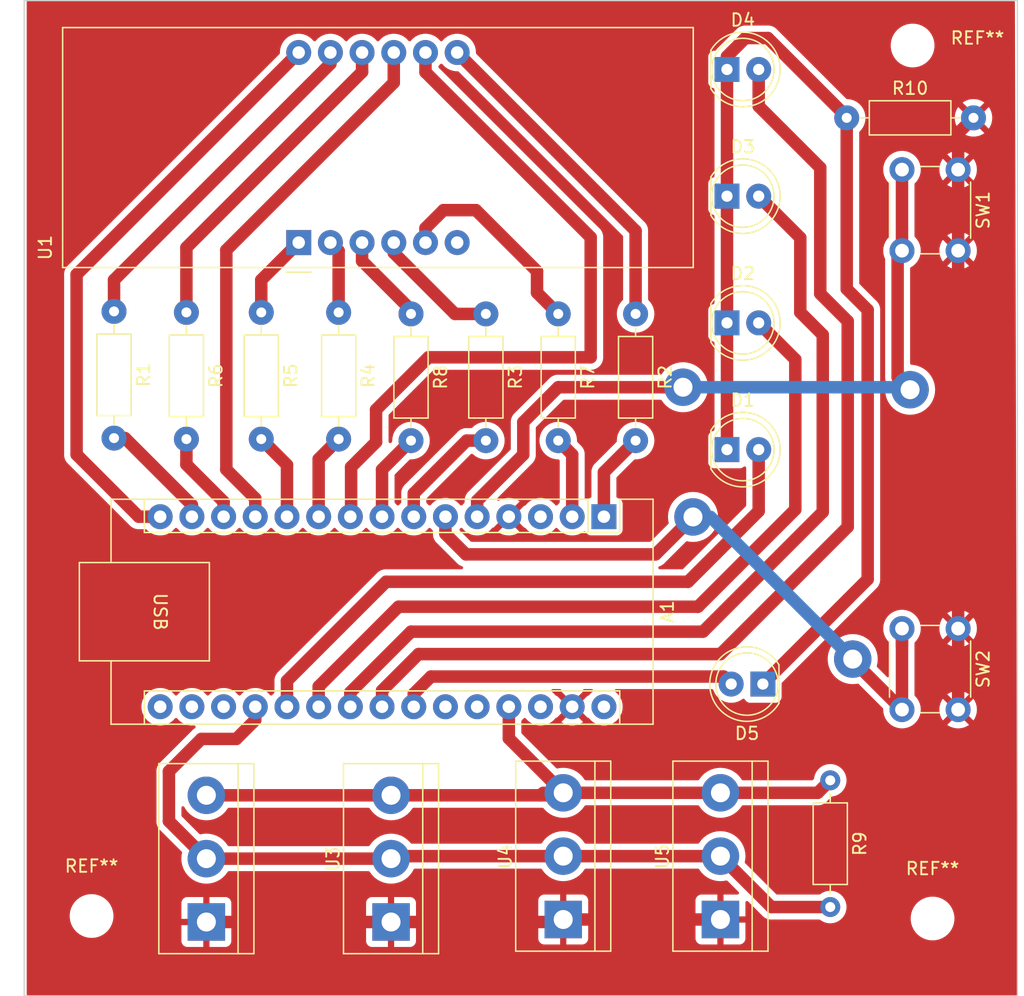
<source format=kicad_pcb>
(kicad_pcb (version 20221018) (generator pcbnew)
  (layers (0 "F.Cu" signal) (31 "B.Cu" signal) (34 "B.Paste" user) (35 "F.Paste" user) (36 "B.SilkS" user "B.Silkscreen") (37 "F.SilkS" user "F.Silkscreen") (38 "B.Mask" user) (39 "F.Mask" user) (44 "Edge.Cuts" user))
  (net 0 "")
  (net 1 "Net-(A1-D2)")
  (net 2 "Net-(A1-D3)")
  (net 4 "GND")
  (net 5 "/B")
  (net 6 "/G")
  (net 7 "/C")
  (net 8 "/DP")
  (net 9 "/Dig3")
  (net 10 "/D")
  (net 11 "/E")
  (net 12 "/Dig2")
  (net 13 "/F")
  (net 14 "/A")
  (net 18 "/Dig1")
  (net 19 "Net-(A1-A2)")
  (net 20 "Net-(A1-A3)")
  (net 21 "Net-(A1-A4)")
  (net 22 "Net-(A1-A5)")
  (net 25 "+5V")
  (net 28 "Net-(U1-a)")
  (net 29 "Net-(U1-b)")
  (net 30 "Net-(U1-c)")
  (net 31 "Net-(U1-d)")
  (net 32 "Net-(U1-e)")
  (net 33 "Net-(U1-f)")
  (net 34 "Net-(U1-g)")
  (net 35 "Net-(U1-DPX)")
  (net 37 "/DQ")
  (net 38 "Net-(A1-A1)")
  (net 39 "Net-(D1-K)")
  (footprint "LED_THT:LED_D5.0mm" (layer "F.Cu") (at 197.725 56.88)
    (fp_text reference "D3" (at 1.27 -3.96) (layer "F.SilkS"))
    (fp_text value "LED")
    (fp_line (start -1.29 -1.545) (end -1.29 1.545) (stroke (width 0.12)) (layer "F.SilkS"))
    (fp_arc (start -1.29 -1.54483) (mid 2.072002 -2.880433) (end 4.26 0.000462) (stroke (width 0.12)) (layer "F.SilkS"))
    (fp_arc (start 4.26 -0.000462) (mid 2.072002 2.880433) (end -1.29 1.54483) (stroke (width 0.12)) (layer "F.SilkS"))
    (fp_circle (center 1.27 0) (end 3.77 0) (stroke (width 0.12)) (fill none) (layer "F.SilkS"))
    (pad "1" thru_hole rect (at 0 0) (size 2 2) (drill 0.9) (layers "*.Cu" "*.Mask") (net 39 "Net-(D1-K)"))
    (pad "2" thru_hole circle (at 2.54 0) (size 2 2) (drill 0.9) (layers "*.Cu" "*.Mask") (net 20 "Net-(A1-A3)"))
  )
  (footprint "MountingHole:MountingHole_3mm" (layer "F.Cu") (at 146.8 114.6)
    (fp_text reference "REF**" (at 0 -4) (layer "F.SilkS"))
    (fp_text value "MountingHole_3mm")
    (pad "" np_thru_hole circle (at 0 0) (size 3 3) (drill 3) (layers "*.Cu" "*.Mask"))
  )
  (footprint "LED_THT:LED_D5.0mm" (layer "F.Cu") (at 200.6 96 180)
    (fp_text reference "D5" (at 1.27 -3.96) (layer "F.SilkS"))
    (fp_text value "LED")
    (fp_line (start -1.29 -1.545) (end -1.29 1.545) (stroke (width 0.12)) (layer "F.SilkS"))
    (fp_arc (start -1.29 -1.54483) (mid 2.072002 -2.880433) (end 4.26 0.000462) (stroke (width 0.12)) (layer "F.SilkS"))
    (fp_arc (start 4.26 -0.000462) (mid 2.072002 2.880433) (end -1.29 1.54483) (stroke (width 0.12)) (layer "F.SilkS"))
    (fp_circle (center 1.27 0) (end 3.77 0) (stroke (width 0.12)) (fill none) (layer "F.SilkS"))
    (pad "1" thru_hole rect (at 0 0 180) (size 2 2) (drill 0.9) (layers "*.Cu" "*.Mask") (net 39 "Net-(D1-K)"))
    (pad "2" thru_hole circle (at 2.54 0 180) (size 2 2) (drill 0.9) (layers "*.Cu" "*.Mask") (net 22 "Net-(A1-A5)"))
  )
  (footprint "Resistor_THT:R_Axial_DIN0207_L6.3mm_D2.5mm_P10.16mm_Horizontal" (layer "F.Cu") (at 206 103.72 -90)
    (fp_text reference "R9" (at 5.08 -2.37 90) (layer "F.SilkS"))
    (fp_text value "4,7k")
    (fp_line (start 1.04 0) (end 1.81 0) (stroke (width 0.12)) (layer "F.SilkS"))
    (fp_line (start 1.81 -1.37) (end 1.81 1.37) (stroke (width 0.12)) (layer "F.SilkS"))
    (fp_line (start 1.81 1.37) (end 8.35 1.37) (stroke (width 0.12)) (layer "F.SilkS"))
    (fp_line (start 8.35 -1.37) (end 1.81 -1.37) (stroke (width 0.12)) (layer "F.SilkS"))
    (fp_line (start 8.35 1.37) (end 8.35 -1.37) (stroke (width 0.12)) (layer "F.SilkS"))
    (fp_line (start 9.12 0) (end 8.35 0) (stroke (width 0.12)) (layer "F.SilkS"))
    (pad "1" thru_hole circle (at 0 0 270) (size 1.6 1.6) (drill 0.8) (layers "*.Cu" "*.Mask") (net 25 "+5V"))
    (pad "2" thru_hole oval (at 10.16 0 270) (size 1.6 1.6) (drill 0.8) (layers "*.Cu" "*.Mask") (net 37 "/DQ"))
  )
  (footprint "Resistor_THT:R_Axial_DIN0207_L6.3mm_D2.5mm_P10.16mm_Horizontal" (layer "F.Cu") (at 172.4 66.32 -90)
    (fp_text reference "R8" (at 5.08 -2.37 -270) (layer "F.SilkS"))
    (fp_text value "R")
    (fp_line (start 1.04 0) (end 1.81 0) (stroke (width 0.12)) (layer "F.SilkS"))
    (fp_line (start 1.81 -1.37) (end 1.81 1.37) (stroke (width 0.12)) (layer "F.SilkS"))
    (fp_line (start 1.81 1.37) (end 8.35 1.37) (stroke (width 0.12)) (layer "F.SilkS"))
    (fp_line (start 8.35 -1.37) (end 1.81 -1.37) (stroke (width 0.12)) (layer "F.SilkS"))
    (fp_line (start 8.35 1.37) (end 8.35 -1.37) (stroke (width 0.12)) (layer "F.SilkS"))
    (fp_line (start 9.12 0) (end 8.35 0) (stroke (width 0.12)) (layer "F.SilkS"))
    (pad "1" thru_hole circle (at 0 0 270) (size 2 2) (drill 0.8) (layers "*.Cu" "*.Mask") (net 35 "Net-(U1-DPX)"))
    (pad "2" thru_hole circle (at 10.16 0 270) (size 2 2) (drill 0.8) (layers "*.Cu" "*.Mask") (net 8 "/DP"))
  )
  (footprint "LED_THT:LED_D5.0mm" (layer "F.Cu") (at 197.725 46.72)
    (fp_text reference "D4" (at 1.27 -3.96) (layer "F.SilkS"))
    (fp_text value "LED")
    (fp_line (start -1.29 -1.545) (end -1.29 1.545) (stroke (width 0.12)) (layer "F.SilkS"))
    (fp_arc (start -1.29 -1.54483) (mid 2.072002 -2.880433) (end 4.26 0.000462) (stroke (width 0.12)) (layer "F.SilkS"))
    (fp_arc (start 4.26 -0.000462) (mid 2.072002 2.880433) (end -1.29 1.54483) (stroke (width 0.12)) (layer "F.SilkS"))
    (fp_circle (center 1.27 0) (end 3.77 0) (stroke (width 0.12)) (fill none) (layer "F.SilkS"))
    (pad "1" thru_hole rect (at 0 0) (size 2 2) (drill 0.9) (layers "*.Cu" "*.Mask") (net 39 "Net-(D1-K)"))
    (pad "2" thru_hole circle (at 2.54 0) (size 2 2) (drill 0.9) (layers "*.Cu" "*.Mask") (net 21 "Net-(A1-A4)"))
  )
  (footprint "Button_Switch_THT:SW_PUSH_6mm_H9.5mm" (layer "F.Cu") (at 216.25 54.75 -90)
    (fp_text reference "SW1" (at 3.25 -2 90) (layer "F.SilkS"))
    (fp_text value "SW_Push")
    (fp_line (start -0.25 1.5) (end -0.25 3) (stroke (width 0.12)) (layer "F.SilkS"))
    (fp_line (start 1 5.5) (end 5.5 5.5) (stroke (width 0.12)) (layer "F.SilkS"))
    (fp_line (start 5.5 -1) (end 1 -1) (stroke (width 0.12)) (layer "F.SilkS"))
    (fp_line (start 6.75 3) (end 6.75 1.5) (stroke (width 0.12)) (layer "F.SilkS"))
    (pad "1" thru_hole circle (at 0 0) (size 2 2) (drill 1.1) (layers "*.Cu" "*.Mask") (net 4 "GND"))
    (pad "1" thru_hole circle (at 6.5 0) (size 2 2) (drill 1.1) (layers "*.Cu" "*.Mask") (net 4 "GND"))
    (pad "2" thru_hole circle (at 0 4.5) (size 2 2) (drill 1.1) (layers "*.Cu" "*.Mask") (net 1 "Net-(A1-D2)"))
    (pad "2" thru_hole circle (at 6.5 4.5) (size 2 2) (drill 1.1) (layers "*.Cu" "*.Mask") (net 1 "Net-(A1-D2)"))
  )
  (footprint "MountingHole:MountingHole_3mm" (layer "F.Cu") (at 214.2 114.8)
    (fp_text reference "REF**" (at 0 -4) (layer "F.SilkS"))
    (fp_text value "MountingHole_3mm")
    (pad "" np_thru_hole circle (at 0 0) (size 3 3) (drill 3) (layers "*.Cu" "*.Mask"))
  )
  (footprint "LED_THT:LED_D5.0mm" (layer "F.Cu") (at 197.725 77.2)
    (fp_text reference "D1" (at 1.27 -3.96) (layer "F.SilkS"))
    (fp_text value "LED")
    (fp_line (start -1.29 -1.545) (end -1.29 1.545) (stroke (width 0.12)) (layer "F.SilkS"))
    (fp_arc (start -1.29 -1.54483) (mid 2.072002 -2.880433) (end 4.26 0.000462) (stroke (width 0.12)) (layer "F.SilkS"))
    (fp_arc (start 4.26 -0.000462) (mid 2.072002 2.880433) (end -1.29 1.54483) (stroke (width 0.12)) (layer "F.SilkS"))
    (fp_circle (center 1.27 0) (end 3.77 0) (stroke (width 0.12)) (fill none) (layer "F.SilkS"))
    (pad "1" thru_hole rect (at 0 0) (size 2 2) (drill 0.9) (layers "*.Cu" "*.Mask") (net 39 "Net-(D1-K)"))
    (pad "2" thru_hole circle (at 2.54 0) (size 2 2) (drill 0.9) (layers "*.Cu" "*.Mask") (net 38 "Net-(A1-A1)"))
  )
  (footprint "TerminalBlock:TerminalBlock_bornier-3_P5.08mm" (layer "F.Cu") (at 197.2 114.88 90)
    (fp_text reference "U5" (at 5.05 -4.65 90) (layer "F.SilkS"))
    (fp_text value "DS18B20")
    (fp_line (start -2.54 -3.81) (end 12.7 -3.81) (stroke (width 0.12)) (layer "F.SilkS"))
    (fp_line (start -2.54 2.54) (end 12.7 2.54) (stroke (width 0.12)) (layer "F.SilkS"))
    (fp_line (start -2.54 3.81) (end -2.54 -3.81) (stroke (width 0.12)) (layer "F.SilkS"))
    (fp_line (start -2.54 3.81) (end 12.7 3.81) (stroke (width 0.12)) (layer "F.SilkS"))
    (fp_line (start 12.7 3.81) (end 12.7 -3.81) (stroke (width 0.12)) (layer "F.SilkS"))
    (pad "1" thru_hole rect (at 0 0 90) (size 3 3) (drill 1.52) (layers "*.Cu" "*.Mask") (net 4 "GND"))
    (pad "2" thru_hole circle (at 5.08 0 90) (size 3 3) (drill 1.52) (layers "*.Cu" "*.Mask") (net 37 "/DQ"))
    (pad "3" thru_hole circle (at 10.16 0 90) (size 3 3) (drill 1.52) (layers "*.Cu" "*.Mask") (net 25 "+5V"))
  )
  (footprint "Resistor_THT:R_Axial_DIN0207_L6.3mm_D2.5mm_P10.16mm_Horizontal" (layer "F.Cu") (at 160.4 66.2 -90)
    (fp_text reference "R5" (at 5.08 -2.37 -270) (layer "F.SilkS"))
    (fp_text value "R")
    (fp_line (start 1.04 0) (end 1.81 0) (stroke (width 0.12)) (layer "F.SilkS"))
    (fp_line (start 1.81 -1.37) (end 1.81 1.37) (stroke (width 0.12)) (layer "F.SilkS"))
    (fp_line (start 1.81 1.37) (end 8.35 1.37) (stroke (width 0.12)) (layer "F.SilkS"))
    (fp_line (start 8.35 -1.37) (end 1.81 -1.37) (stroke (width 0.12)) (layer "F.SilkS"))
    (fp_line (start 8.35 1.37) (end 8.35 -1.37) (stroke (width 0.12)) (layer "F.SilkS"))
    (fp_line (start 9.12 0) (end 8.35 0) (stroke (width 0.12)) (layer "F.SilkS"))
    (pad "1" thru_hole circle (at 0 0 270) (size 2 2) (drill 0.8) (layers "*.Cu" "*.Mask") (net 32 "Net-(U1-e)"))
    (pad "2" thru_hole circle (at 10.16 0 270) (size 2 2) (drill 0.8) (layers "*.Cu" "*.Mask") (net 11 "/E"))
  )
  (footprint "LED_THT:LED_D5.0mm" (layer "F.Cu") (at 197.725 67.04)
    (fp_text reference "D2" (at 1.27 -3.96) (layer "F.SilkS"))
    (fp_text value "LED")
    (fp_line (start -1.29 -1.545) (end -1.29 1.545) (stroke (width 0.12)) (layer "F.SilkS"))
    (fp_arc (start -1.29 -1.54483) (mid 2.072002 -2.880433) (end 4.26 0.000462) (stroke (width 0.12)) (layer "F.SilkS"))
    (fp_arc (start 4.26 -0.000462) (mid 2.072002 2.880433) (end -1.29 1.54483) (stroke (width 0.12)) (layer "F.SilkS"))
    (fp_circle (center 1.27 0) (end 3.77 0) (stroke (width 0.12)) (fill none) (layer "F.SilkS"))
    (pad "1" thru_hole rect (at 0 0) (size 2 2) (drill 0.9) (layers "*.Cu" "*.Mask") (net 39 "Net-(D1-K)"))
    (pad "2" thru_hole circle (at 2.54 0) (size 2 2) (drill 0.9) (layers "*.Cu" "*.Mask") (net 19 "Net-(A1-A2)"))
  )
  (footprint "TerminalBlock:TerminalBlock_bornier-3_P5.08mm" (layer "F.Cu") (at 156 115.08 90)
    (fp_text reference "U2" hide)
    (fp_text value "DS18B20")
    (fp_line (start -2.54 -3.81) (end 12.7 -3.81) (stroke (width 0.12)) (layer "F.SilkS"))
    (fp_line (start -2.54 2.54) (end 12.7 2.54) (stroke (width 0.12)) (layer "F.SilkS"))
    (fp_line (start -2.54 3.81) (end -2.54 -3.81) (stroke (width 0.12)) (layer "F.SilkS"))
    (fp_line (start -2.54 3.81) (end 12.7 3.81) (stroke (width 0.12)) (layer "F.SilkS"))
    (fp_line (start 12.7 3.81) (end 12.7 -3.81) (stroke (width 0.12)) (layer "F.SilkS"))
    (pad "1" thru_hole rect (at 0 0 90) (size 3 3) (drill 1.52) (layers "*.Cu" "*.Mask") (net 4 "GND"))
    (pad "2" thru_hole circle (at 5.08 0 90) (size 3 3) (drill 1.52) (layers "*.Cu" "*.Mask") (net 37 "/DQ"))
    (pad "3" thru_hole circle (at 10.16 0 90) (size 3 3) (drill 1.52) (layers "*.Cu" "*.Mask") (net 25 "+5V"))
  )
  (footprint "Resistor_THT:R_Axial_DIN0207_L6.3mm_D2.5mm_P10.16mm_Horizontal" (layer "F.Cu") (at 154.4 66.2 -90)
    (fp_text reference "R6" (at 5.08 -2.37 -270) (layer "F.SilkS"))
    (fp_text value "R")
    (fp_line (start 1.04 0) (end 1.81 0) (stroke (width 0.12)) (layer "F.SilkS"))
    (fp_line (start 1.81 -1.37) (end 1.81 1.37) (stroke (width 0.12)) (layer "F.SilkS"))
    (fp_line (start 1.81 1.37) (end 8.35 1.37) (stroke (width 0.12)) (layer "F.SilkS"))
    (fp_line (start 8.35 -1.37) (end 1.81 -1.37) (stroke (width 0.12)) (layer "F.SilkS"))
    (fp_line (start 8.35 1.37) (end 8.35 -1.37) (stroke (width 0.12)) (layer "F.SilkS"))
    (fp_line (start 9.12 0) (end 8.35 0) (stroke (width 0.12)) (layer "F.SilkS"))
    (pad "1" thru_hole circle (at 0 0 270) (size 2 2) (drill 0.8) (layers "*.Cu" "*.Mask") (net 33 "Net-(U1-f)"))
    (pad "2" thru_hole circle (at 10.16 0 270) (size 2 2) (drill 0.8) (layers "*.Cu" "*.Mask") (net 13 "/F"))
  )
  (footprint "TerminalBlock:TerminalBlock_bornier-3_P5.08mm" (layer "F.Cu") (at 170.8 115.08 90)
    (fp_text reference "U3" (at 5.05 -4.65 90) (layer "F.SilkS"))
    (fp_text value "DS18B20")
    (fp_line (start -2.54 -3.81) (end 12.7 -3.81) (stroke (width 0.12)) (layer "F.SilkS"))
    (fp_line (start -2.54 2.54) (end 12.7 2.54) (stroke (width 0.12)) (layer "F.SilkS"))
    (fp_line (start -2.54 3.81) (end -2.54 -3.81) (stroke (width 0.12)) (layer "F.SilkS"))
    (fp_line (start -2.54 3.81) (end 12.7 3.81) (stroke (width 0.12)) (layer "F.SilkS"))
    (fp_line (start 12.7 3.81) (end 12.7 -3.81) (stroke (width 0.12)) (layer "F.SilkS"))
    (pad "1" thru_hole rect (at 0 0 90) (size 3 3) (drill 1.52) (layers "*.Cu" "*.Mask") (net 4 "GND"))
    (pad "2" thru_hole circle (at 5.08 0 90) (size 3 3) (drill 1.52) (layers "*.Cu" "*.Mask") (net 37 "/DQ"))
    (pad "3" thru_hole circle (at 10.16 0 90) (size 3 3) (drill 1.52) (layers "*.Cu" "*.Mask") (net 25 "+5V"))
  )
  (footprint "Resistor_THT:R_Axial_DIN0207_L6.3mm_D2.5mm_P10.16mm_Horizontal" (layer "F.Cu") (at 178.4 66.32 -90)
    (fp_text reference "R3" (at 5.08 -2.37 -270) (layer "F.SilkS"))
    (fp_text value "R")
    (fp_line (start 1.04 0) (end 1.81 0) (stroke (width 0.12)) (layer "F.SilkS"))
    (fp_line (start 1.81 -1.37) (end 1.81 1.37) (stroke (width 0.12)) (layer "F.SilkS"))
    (fp_line (start 1.81 1.37) (end 8.35 1.37) (stroke (width 0.12)) (layer "F.SilkS"))
    (fp_line (start 8.35 -1.37) (end 1.81 -1.37) (stroke (width 0.12)) (layer "F.SilkS"))
    (fp_line (start 8.35 1.37) (end 8.35 -1.37) (stroke (width 0.12)) (layer "F.SilkS"))
    (fp_line (start 9.12 0) (end 8.35 0) (stroke (width 0.12)) (layer "F.SilkS"))
    (pad "1" thru_hole circle (at 0 0 270) (size 2 2) (drill 0.8) (layers "*.Cu" "*.Mask") (net 30 "Net-(U1-c)"))
    (pad "2" thru_hole circle (at 10.16 0 270) (size 2 2) (drill 0.8) (layers "*.Cu" "*.Mask") (net 7 "/C"))
  )
  (footprint "Resistor_THT:R_Axial_DIN0207_L6.3mm_D2.5mm_P10.16mm_Horizontal" (layer "F.Cu") (at 190.4 66.32 -90)
    (fp_text reference "R2" (at 5.08 -2.37 -270) (layer "F.SilkS"))
    (fp_text value "R")
    (fp_line (start 1.04 0) (end 1.81 0) (stroke (width 0.12)) (layer "F.SilkS"))
    (fp_line (start 1.81 -1.37) (end 1.81 1.37) (stroke (width 0.12)) (layer "F.SilkS"))
    (fp_line (start 1.81 1.37) (end 8.35 1.37) (stroke (width 0.12)) (layer "F.SilkS"))
    (fp_line (start 8.35 -1.37) (end 1.81 -1.37) (stroke (width 0.12)) (layer "F.SilkS"))
    (fp_line (start 8.35 1.37) (end 8.35 -1.37) (stroke (width 0.12)) (layer "F.SilkS"))
    (fp_line (start 9.12 0) (end 8.35 0) (stroke (width 0.12)) (layer "F.SilkS"))
    (pad "1" thru_hole circle (at 0 0 270) (size 2 2) (drill 0.8) (layers "*.Cu" "*.Mask") (net 29 "Net-(U1-b)"))
    (pad "2" thru_hole circle (at 10.16 0 270) (size 2 2) (drill 0.8) (layers "*.Cu" "*.Mask") (net 5 "/B"))
  )
  (footprint "TerminalBlock:TerminalBlock_bornier-3_P5.08mm" (layer "F.Cu") (at 184.6 114.88 90)
    (fp_text reference "U4" (at 5.05 -4.65 90) (layer "F.SilkS"))
    (fp_text value "DS18B20")
    (fp_line (start -2.54 -3.81) (end 12.7 -3.81) (stroke (width 0.12)) (layer "F.SilkS"))
    (fp_line (start -2.54 2.54) (end 12.7 2.54) (stroke (width 0.12)) (layer "F.SilkS"))
    (fp_line (start -2.54 3.81) (end -2.54 -3.81) (stroke (width 0.12)) (layer "F.SilkS"))
    (fp_line (start -2.54 3.81) (end 12.7 3.81) (stroke (width 0.12)) (layer "F.SilkS"))
    (fp_line (start 12.7 3.81) (end 12.7 -3.81) (stroke (width 0.12)) (layer "F.SilkS"))
    (pad "1" thru_hole rect (at 0 0 90) (size 3 3) (drill 1.52) (layers "*.Cu" "*.Mask") (net 4 "GND"))
    (pad "2" thru_hole circle (at 5.08 0 90) (size 3 3) (drill 1.52) (layers "*.Cu" "*.Mask") (net 37 "/DQ"))
    (pad "3" thru_hole circle (at 10.16 0 90) (size 3 3) (drill 1.52) (layers "*.Cu" "*.Mask") (net 25 "+5V"))
  )
  (footprint "MountingHole:MountingHole_3mm" (layer "F.Cu") (at 212.6 44.8)
    (fp_text reference "REF**" (at 5.2 -0.6) (layer "F.SilkS"))
    (fp_text value "MountingHole_3mm")
    (pad "" np_thru_hole circle (at 0 0) (size 3 3) (drill 3) (layers "*.Cu" "*.Mask"))
  )
  (footprint "Module:Arduino_Nano" (layer "F.Cu") (at 187.86 82.58 -90)
    (fp_text reference "A1" (at 7.62 -5.08 90) (layer "F.SilkS"))
    (fp_text value "Arduino_Nano_v3.x")
    (fp_text user "USB" (at 7.62 35.56 -90 unlocked) (layer "F.SilkS"))
    (fp_line (start -1.4 -3.94) (end -1.4 -1.27) (stroke (width 0.12)) (layer "F.SilkS"))
    (fp_line (start -1.4 1.27) (end -1.4 39.5) (stroke (width 0.12)) (layer "F.SilkS"))
    (fp_line (start -1.4 39.5) (end 3.68 39.5) (stroke (width 0.12)) (layer "F.SilkS"))
    (fp_line (start 1.27 -1.27) (end -1.4 -1.27) (stroke (width 0.12)) (layer "F.SilkS"))
    (fp_line (start 1.27 1.27) (end -1.4 1.27) (stroke (width 0.12)) (layer "F.SilkS"))
    (fp_line (start 1.27 1.27) (end 1.27 -1.27) (stroke (width 0.12)) (layer "F.SilkS"))
    (fp_line (start 1.27 1.27) (end 1.27 36.83) (stroke (width 0.12)) (layer "F.SilkS"))
    (fp_line (start 1.27 36.83) (end -1.4 36.83) (stroke (width 0.12)) (layer "F.SilkS"))
    (fp_line (start 3.68 31.62) (end 11.56 31.62) (stroke (width 0.12)) (layer "F.SilkS"))
    (fp_line (start 3.68 42.04) (end 3.68 31.62) (stroke (width 0.12)) (layer "F.SilkS"))
    (fp_line (start 11.56 31.62) (end 11.56 42.04) (stroke (width 0.12)) (layer "F.SilkS"))
    (fp_line (start 11.56 42.04) (end 3.68 42.04) (stroke (width 0.12)) (layer "F.SilkS"))
    (fp_line (start 13.97 -1.27) (end 13.97 36.83) (stroke (width 0.12)) (layer "F.SilkS"))
    (fp_line (start 13.97 -1.27) (end 16.64 -1.27) (stroke (width 0.12)) (layer "F.SilkS"))
    (fp_line (start 13.97 36.83) (end 16.64 36.83) (stroke (width 0.12)) (layer "F.SilkS"))
    (fp_line (start 16.64 -3.94) (end -1.4 -3.94) (stroke (width 0.12)) (layer "F.SilkS"))
    (fp_line (start 16.64 39.5) (end 11.56 39.5) (stroke (width 0.12)) (layer "F.SilkS"))
    (fp_line (start 16.64 39.5) (end 16.64 -3.94) (stroke (width 0.12)) (layer "F.SilkS"))
    (pad "1" thru_hole rect (at 0 0 270) (size 2 2) (drill 1) (layers "*.Cu" "*.Mask") (net 5 "/B"))
    (pad "2" thru_hole circle (at 0 2.54 270) (size 2 2) (drill 1) (layers "*.Cu" "*.Mask") (net 6 "/G"))
    (pad "3" thru_hole circle (at 0 5.08 270) (size 2 2) (drill 1) (layers "*.Cu" "*.Mask"))
    (pad "4" thru_hole circle (at 0 7.62 270) (size 2 2) (drill 1) (layers "*.Cu" "*.Mask") (net 4 "GND"))
    (pad "5" thru_hole circle (at 0 10.16 270) (size 2 2) (drill 1) (layers "*.Cu" "*.Mask") (net 1 "Net-(A1-D2)"))
    (pad "6" thru_hole circle (at 0 12.7 270) (size 2 2) (drill 1) (layers "*.Cu" "*.Mask") (net 2 "Net-(A1-D3)"))
    (pad "7" thru_hole circle (at 0 15.24 270) (size 2 2) (drill 1) (layers "*.Cu" "*.Mask") (net 7 "/C"))
    (pad "8" thru_hole circle (at 0 17.78 270) (size 2 2) (drill 1) (layers "*.Cu" "*.Mask") (net 8 "/DP"))
    (pad "9" thru_hole circle (at 0 20.32 270) (size 2 2) (drill 1) (layers "*.Cu" "*.Mask") (net 9 "/Dig3"))
    (pad "10" thru_hole circle (at 0 22.86 270) (size 2 2) (drill 1) (layers "*.Cu" "*.Mask") (net 10 "/D"))
    (pad "11" thru_hole circle (at 0 25.4 270) (size 2 2) (drill 1) (layers "*.Cu" "*.Mask") (net 11 "/E"))
    (pad "12" thru_hole circle (at 0 27.94 270) (size 2 2) (drill 1) (layers "*.Cu" "*.Mask") (net 12 "/Dig2"))
    (pad "13" thru_hole circle (at 0 30.48 270) (size 2 2) (drill 1) (layers "*.Cu" "*.Mask") (net 13 "/F"))
    (pad "14" thru_hole circle (at 0 33.02 270) (size 2 2) (drill 1) (layers "*.Cu" "*.Mask") (net 14 "/A"))
    (pad "15" thru_hole circle (at 0 35.56 270) (size 2 2) (drill 1) (layers "*.Cu" "*.Mask") (net 18 "/Dig1"))
    (pad "16" thru_hole circle (at 15.24 35.56 270) (size 2 2) (drill 1) (layers "*.Cu" "*.Mask"))
    (pad "17" thru_hole circle (at 15.24 33.02 270) (size 2 2) (drill 1) (layers "*.Cu" "*.Mask"))
    (pad "18" thru_hole circle (at 15.24 30.48 270) (size 2 2) (drill 1) (layers "*.Cu" "*.Mask"))
    (pad "19" thru_hole circle (at 15.24 27.94 270) (size 2 2) (drill 1) (layers "*.Cu" "*.Mask") (net 37 "/DQ"))
    (pad "20" thru_hole circle (at 15.24 25.4 270) (size 2 2) (drill 1) (layers "*.Cu" "*.Mask") (net 38 "Net-(A1-A1)"))
    (pad "21" thru_hole circle (at 15.24 22.86 270) (size 2 2) (drill 1) (layers "*.Cu" "*.Mask") (net 19 "Net-(A1-A2)"))
    (pad "22" thru_hole circle (at 15.24 20.32 270) (size 2 2) (drill 1) (layers "*.Cu" "*.Mask") (net 20 "Net-(A1-A3)"))
    (pad "23" thru_hole circle (at 15.24 17.78 270) (size 2 2) (drill 1) (layers "*.Cu" "*.Mask") (net 21 "Net-(A1-A4)"))
    (pad "24" thru_hole circle (at 15.24 15.24 270) (size 2 2) (drill 1) (layers "*.Cu" "*.Mask") (net 22 "Net-(A1-A5)"))
    (pad "25" thru_hole circle (at 15.24 12.7 270) (size 2 2) (drill 1) (layers "*.Cu" "*.Mask"))
    (pad "26" thru_hole circle (at 15.24 10.16 270) (size 2 2) (drill 1) (layers "*.Cu" "*.Mask"))
    (pad "27" thru_hole circle (at 15.24 7.62 270) (size 2 2) (drill 1) (layers "*.Cu" "*.Mask") (net 25 "+5V"))
    (pad "28" thru_hole circle (at 15.24 5.08 270) (size 2 2) (drill 1) (layers "*.Cu" "*.Mask"))
    (pad "29" thru_hole circle (at 15.24 2.54 270) (size 2 2) (drill 1) (layers "*.Cu" "*.Mask") (net 4 "GND"))
    (pad "30" thru_hole circle (at 15.24 0 270) (size 2 2) (drill 1) (layers "*.Cu" "*.Mask"))
  )
  (footprint "Resistor_THT:R_Axial_DIN0207_L6.3mm_D2.5mm_P10.16mm_Horizontal" (layer "F.Cu") (at 166.6 66.2 -90)
    (fp_text reference "R4" (at 5.08 -2.37 -270) (layer "F.SilkS"))
    (fp_text value "R")
    (fp_line (start 1.04 0) (end 1.81 0) (stroke (width 0.12)) (layer "F.SilkS"))
    (fp_line (start 1.81 -1.37) (end 1.81 1.37) (stroke (width 0.12)) (layer "F.SilkS"))
    (fp_line (start 1.81 1.37) (end 8.35 1.37) (stroke (width 0.12)) (layer "F.SilkS"))
    (fp_line (start 8.35 -1.37) (end 1.81 -1.37) (stroke (width 0.12)) (layer "F.SilkS"))
    (fp_line (start 8.35 1.37) (end 8.35 -1.37) (stroke (width 0.12)) (layer "F.SilkS"))
    (fp_line (start 9.12 0) (end 8.35 0) (stroke (width 0.12)) (layer "F.SilkS"))
    (pad "1" thru_hole circle (at 0 0 270) (size 2 2) (drill 0.8) (layers "*.Cu" "*.Mask") (net 31 "Net-(U1-d)"))
    (pad "2" thru_hole circle (at 10.16 0 270) (size 2 2) (drill 0.8) (layers "*.Cu" "*.Mask") (net 10 "/D"))
  )
  (footprint "Resistor_THT:R_Axial_DIN0207_L6.3mm_D2.5mm_P10.16mm_Horizontal" (layer "F.Cu") (at 207.32 50.6)
    (fp_text reference "R10" (at 5.08 -2.37) (layer "F.SilkS"))
    (fp_text value "220")
    (fp_line (start 1.04 0) (end 1.81 0) (stroke (width 0.12)) (layer "F.SilkS"))
    (fp_line (start 1.81 -1.37) (end 1.81 1.37) (stroke (width 0.12)) (layer "F.SilkS"))
    (fp_line (start 1.81 1.37) (end 8.35 1.37) (stroke (width 0.12)) (layer "F.SilkS"))
    (fp_line (start 8.35 -1.37) (end 1.81 -1.37) (stroke (width 0.12)) (layer "F.SilkS"))
    (fp_line (start 8.35 1.37) (end 8.35 -1.37) (stroke (width 0.12)) (layer "F.SilkS"))
    (fp_line (start 9.12 0) (end 8.35 0) (stroke (width 0.12)) (layer "F.SilkS"))
    (pad "1" thru_hole circle (at 0 0) (size 2 2) (drill 0.8) (layers "*.Cu" "*.Mask") (net 39 "Net-(D1-K)"))
    (pad "2" thru_hole circle (at 10.16 0) (size 2 2) (drill 0.8) (layers "*.Cu" "*.Mask") (net 4 "GND"))
  )
  (footprint "Button_Switch_THT:SW_PUSH_6mm_H9.5mm" (layer "F.Cu") (at 216.25 91.55 -90)
    (fp_text reference "SW2" (at 3.25 -2 90) (layer "F.SilkS"))
    (fp_text value "SW_Push")
    (fp_line (start -0.25 1.5) (end -0.25 3) (stroke (width 0.12)) (layer "F.SilkS"))
    (fp_line (start 1 5.5) (end 5.5 5.5) (stroke (width 0.12)) (layer "F.SilkS"))
    (fp_line (start 5.5 -1) (end 1 -1) (stroke (width 0.12)) (layer "F.SilkS"))
    (fp_line (start 6.75 3) (end 6.75 1.5) (stroke (width 0.12)) (layer "F.SilkS"))
    (pad "1" thru_hole circle (at 0 0) (size 2 2) (drill 1.1) (layers "*.Cu" "*.Mask") (net 4 "GND"))
    (pad "1" thru_hole circle (at 6.5 0) (size 2 2) (drill 1.1) (layers "*.Cu" "*.Mask") (net 4 "GND"))
    (pad "2" thru_hole circle (at 0 4.5) (size 2 2) (drill 1.1) (layers "*.Cu" "*.Mask") (net 2 "Net-(A1-D3)"))
    (pad "2" thru_hole circle (at 6.5 4.5) (size 2 2) (drill 1.1) (layers "*.Cu" "*.Mask") (net 2 "Net-(A1-D3)"))
  )
  (footprint "Display_7Segment:CA56-12EWA" (layer "F.Cu") (at 163.4 60.6 90)
    (fp_text reference "U1" (at -0.4 -20.31 90) (layer "F.SilkS"))
    (fp_text value "CA56-12EWA")
    (fp_line (start -2.38 -1) (end -2.38 1) (stroke (width 0.12)) (layer "F.SilkS"))
    (fp_line (start -2 -18.92) (end -2 31.62) (stroke (width 0.12)) (layer "F.SilkS"))
    (fp_line (start -2 -18.92) (end 17.24 -18.92) (stroke (width 0.12)) (layer "F.SilkS"))
    (fp_line (start -2 31.62) (end 17.24 31.62) (stroke (width 0.12)) (layer "F.SilkS"))
    (fp_line (start 17.24 31.62) (end 17.24 -18.92) (stroke (width 0.12)) (layer "F.SilkS"))
    (pad "1" thru_hole rect (at 0 0 90) (size 2 2) (drill 1) (layers "*.Cu" "*.Mask") (net 32 "Net-(U1-e)"))
    (pad "2" thru_hole circle (at 0 2.54 90) (size 2 2) (drill 1) (layers "*.Cu" "*.Mask") (net 31 "Net-(U1-d)"))
    (pad "3" thru_hole circle (at 0 5.08 90) (size 2 2) (drill 1) (layers "*.Cu" "*.Mask") (net 35 "Net-(U1-DPX)"))
    (pad "4" thru_hole circle (at 0 7.62 90) (size 2 2) (drill 1) (layers "*.Cu" "*.Mask") (net 30 "Net-(U1-c)"))
    (pad "5" thru_hole circle (at 0 10.16 90) (size 2 2) (drill 1) (layers "*.Cu" "*.Mask") (net 34 "Net-(U1-g)"))
    (pad "6" thru_hole circle (at 0 12.7 90) (size 2 2) (drill 1) (layers "*.Cu" "*.Mask"))
    (pad "7" thru_hole circle (at 15.24 12.7 90) (size 2 2) (drill 1) (layers "*.Cu" "*.Mask") (net 29 "Net-(U1-b)"))
    (pad "8" thru_hole circle (at 15.24 10.16 90) (size 2 2) (drill 1) (layers "*.Cu" "*.Mask") (net 9 "/Dig3"))
    (pad "9" thru_hole circle (at 15.24 7.62 90) (size 2 2) (drill 1) (layers "*.Cu" "*.Mask") (net 12 "/Dig2"))
    (pad "10" thru_hole circle (at 15.24 5.08 90) (size 2 2) (drill 1) (layers "*.Cu" "*.Mask") (net 33 "Net-(U1-f)"))
    (pad "11" thru_hole circle (at 15.24 2.54 90) (size 2 2) (drill 1) (layers "*.Cu" "*.Mask") (net 28 "Net-(U1-a)"))
    (pad "12" thru_hole circle (at 15.24 0 90) (size 2 2) (drill 1) (layers "*.Cu" "*.Mask") (net 18 "/Dig1"))
  )
  (footprint "Resistor_THT:R_Axial_DIN0207_L6.3mm_D2.5mm_P10.16mm_Horizontal" (layer "F.Cu") (at 184.2 66.32 -90)
    (fp_text reference "R7" (at 5.08 -2.37 -270) (layer "F.SilkS"))
    (fp_text value "R")
    (fp_line (start 1.04 0) (end 1.81 0) (stroke (width 0.12)) (layer "F.SilkS"))
    (fp_line (start 1.81 -1.37) (end 1.81 1.37) (stroke (width 0.12)) (layer "F.SilkS"))
    (fp_line (start 1.81 1.37) (end 8.35 1.37) (stroke (width 0.12)) (layer "F.SilkS"))
    (fp_line (start 8.35 -1.37) (end 1.81 -1.37) (stroke (width 0.12)) (layer "F.SilkS"))
    (fp_line (start 8.35 1.37) (end 8.35 -1.37) (stroke (width 0.12)) (layer "F.SilkS"))
    (fp_line (start 9.12 0) (end 8.35 0) (stroke (width 0.12)) (layer "F.SilkS"))
    (pad "1" thru_hole circle (at 0 0 270) (size 2 2) (drill 0.8) (layers "*.Cu" "*.Mask") (net 34 "Net-(U1-g)"))
    (pad "2" thru_hole circle (at 10.16 0 270) (size 2 2) (drill 0.8) (layers "*.Cu" "*.Mask") (net 6 "/G"))
  )
  (footprint "Resistor_THT:R_Axial_DIN0207_L6.3mm_D2.5mm_P10.16mm_Horizontal" (layer "F.Cu") (at 148.6 66.12 -90)
    (fp_text reference "R1" (at 5.08 -2.37 -270) (layer "F.SilkS"))
    (fp_text value "R")
    (fp_line (start 1.04 0) (end 1.81 0) (stroke (width 0.12)) (layer "F.SilkS"))
    (fp_line (start 1.81 -1.37) (end 1.81 1.37) (stroke (width 0.12)) (layer "F.SilkS"))
    (fp_line (start 1.81 1.37) (end 8.35 1.37) (stroke (width 0.12)) (layer "F.SilkS"))
    (fp_line (start 8.35 -1.37) (end 1.81 -1.37) (stroke (width 0.12)) (layer "F.SilkS"))
    (fp_line (start 8.35 1.37) (end 8.35 -1.37) (stroke (width 0.12)) (layer "F.SilkS"))
    (fp_line (start 9.12 0) (end 8.35 0) (stroke (width 0.12)) (layer "F.SilkS"))
    (pad "1" thru_hole circle (at 0 0 270) (size 2 2) (drill 0.8) (layers "*.Cu" "*.Mask") (net 28 "Net-(U1-a)"))
    (pad "2" thru_hole circle (at 10.16 0 270) (size 2 2) (drill 0.8) (layers "*.Cu" "*.Mask") (net 14 "/A"))
  )
  (gr_rect (start 141.4 41.2) (end 221 121) (stroke (width 0.1)) (fill none) (layer "Edge.Cuts"))
  (segment (start 177.7 81.3) (end 177.7 82.58) (width 1) (layer "F.Cu") (net 1))
  (segment (start 181.4 77.6) (end 177.7 81.3) (width 1) (layer "F.Cu") (net 1))
  (segment (start 194.2 72.2) (end 184.2 72.2) (width 1) (layer "F.Cu") (net 1))
  (segment (start 181.4 75) (end 181.4 77.6) (width 1) (layer "F.Cu") (net 1))
  (segment (start 211.4 61.2) (end 211.45 61.25) (width 1) (layer "F.Cu") (net 1))
  (segment (start 211.4 71.4) (end 211.4 61.2) (width 1) (layer "F.Cu") (net 1))
  (segment (start 211.75 61.25) (end 211.75 54.75) (width 1) (layer "F.Cu") (net 1))
  (segment (start 184.2 72.2) (end 181.4 75) (width 1) (layer "F.Cu") (net 1))
  (segment (start 211.45 61.25) (end 211.75 61.25) (width 1) (layer "F.Cu") (net 1))
  (segment (start 212.4 72.4) (end 211.4 71.4) (width 1) (layer "F.Cu") (net 1))
  (via (at 194.2 72.2) (size 3) (drill 1.52) (layers "F.Cu" "B.Cu") (net 1))
  (via (at 212.4 72.4) (size 3) (drill 1.52) (layers "F.Cu" "B.Cu") (net 1))
  (segment (start 212.4 72.4) (end 212.2 72.2) (width 1) (layer "B.Cu") (net 1))
  (segment (start 212.2 72.2) (end 194.2 72.2) (width 1) (layer "B.Cu") (net 1))
  (segment (start 192 85.6) (end 176.8 85.6) (width 1) (layer "F.Cu") (net 2))
  (segment (start 195 82.6) (end 192 85.6) (width 1) (layer "F.Cu") (net 2))
  (segment (start 211.75 98.05) (end 211.75 91.55) (width 1) (layer "F.Cu") (net 2))
  (segment (start 211.75 91.55) (end 211.75 92.964213) (width 1) (layer "F.Cu") (net 2))
  (segment (start 176.8 85.6) (end 175.16 83.96) (width 1) (layer "F.Cu") (net 2))
  (segment (start 207.8 94) (end 207.8 94.1) (width 1) (layer "F.Cu") (net 2))
  (segment (start 175.16 83.96) (end 175.16 82.58) (width 1) (layer "F.Cu") (net 2))
  (segment (start 207.8 94.1) (end 211.75 98.05) (width 1) (layer "F.Cu") (net 2))
  (via (at 207.8 94) (size 3) (drill 1.52) (layers "F.Cu" "B.Cu") (net 2))
  (via (at 195 82.6) (size 3) (drill 1.52) (layers "F.Cu" "B.Cu") (net 2))
  (segment (start 196.4 82.6) (end 195 82.6) (width 1) (layer "B.Cu") (net 2))
  (segment (start 207.8 94) (end 196.4 82.6) (width 1) (layer "B.Cu") (net 2))
  (segment (start 184.4 115.08) (end 184.6 114.88) (width 1) (layer "F.Cu") (net 4))
  (segment (start 156 115.08) (end 170.8 115.08) (width 1) (layer "F.Cu") (net 4))
  (segment (start 216.25 91.55) (end 216.25 61.25) (width 1) (layer "F.Cu") (net 4))
  (segment (start 216.25 54.75) (end 216.25 51.83) (width 1) (layer "F.Cu") (net 4))
  (segment (start 216.25 61.25) (end 216.25 54.75) (width 1) (layer "F.Cu") (net 4))
  (segment (start 216.25 51.83) (end 217.48 50.6) (width 1) (layer "F.Cu") (net 4))
  (segment (start 216.25 98.05) (end 216.25 91.55) (width 1) (layer "F.Cu") (net 4))
  (segment (start 184.6 114.88) (end 197.2 114.88) (width 1) (layer "F.Cu") (net 4))
  (segment (start 170.8 115.08) (end 184.4 115.08) (width 1) (layer "F.Cu") (net 4))
  (segment (start 187.88 82.6) (end 187.86 82.58) (width 1) (layer "F.Cu") (net 5))
  (segment (start 187.86 79.02) (end 190.4 76.48) (width 1) (layer "F.Cu") (net 5))
  (segment (start 187.86 82.58) (end 187.86 79.02) (width 1) (layer "F.Cu") (net 5))
  (segment (start 185.32 77.6) (end 184.2 76.48) (width 1) (layer "F.Cu") (net 6))
  (segment (start 185.32 82.58) (end 185.32 77.6) (width 1) (layer "F.Cu") (net 6))
  (segment (start 176.86 76.48) (end 178.4 76.48) (width 1) (layer "F.Cu") (net 7))
  (segment (start 172.62 80.72) (end 176.86 76.48) (width 1) (layer "F.Cu") (net 7))
  (segment (start 172.62 82.58) (end 172.62 80.72) (width 1) (layer "F.Cu") (net 7))
  (segment (start 170.08 82.58) (end 170.08 78.8) (width 1) (layer "F.Cu") (net 8))
  (segment (start 170.08 78.8) (end 172.4 76.48) (width 1) (layer "F.Cu") (net 8))
  (segment (start 169.6 74) (end 173.8 69.8) (width 1) (layer "F.Cu") (net 9))
  (segment (start 167.6 78.6) (end 169.6 76.6) (width 1) (layer "F.Cu") (net 9))
  (segment (start 186.8 60.177056) (end 173.56 46.937056) (width 1) (layer "F.Cu") (net 9))
  (segment (start 169.6 76.6) (end 169.6 74) (width 1) (layer "F.Cu") (net 9))
  (segment (start 186.8 69.8) (end 186.8 60.177056) (width 1) (layer "F.Cu") (net 9))
  (segment (start 167.6 82.52) (end 167.6 78.6) (width 1) (layer "F.Cu") (net 9))
  (segment (start 173.8 69.8) (end 186.8 69.8) (width 1) (layer "F.Cu") (net 9))
  (segment (start 167.54 82.58) (end 167.6 82.52) (width 1) (layer "F.Cu") (net 9))
  (segment (start 173.56 46.937056) (end 173.56 45.36) (width 1) (layer "F.Cu") (net 9))
  (segment (start 165 77.96) (end 166.6 76.36) (width 1) (layer "F.Cu") (net 10))
  (segment (start 165 82.58) (end 165 77.96) (width 1) (layer "F.Cu") (net 10))
  (segment (start 162.46 78.42) (end 160.4 76.36) (width 1) (layer "F.Cu") (net 11))
  (segment (start 162.46 82.58) (end 162.46 78.42) (width 1) (layer "F.Cu") (net 11))
  (segment (start 171.02 47.78) (end 157.6 61.2) (width 1) (layer "F.Cu") (net 12))
  (segment (start 171.02 45.36) (end 171.02 47.78) (width 1) (layer "F.Cu") (net 12))
  (segment (start 157.6 78.8) (end 159.92 81.12) (width 1) (layer "F.Cu") (net 12))
  (segment (start 159.92 81.12) (end 159.92 82.58) (width 1) (layer "F.Cu") (net 12))
  (segment (start 157.6 61.2) (end 157.6 78.8) (width 1) (layer "F.Cu") (net 12))
  (segment (start 157.38 81.38) (end 157.38 82.58) (width 1) (layer "F.Cu") (net 13))
  (segment (start 154.4 78.4) (end 157.38 81.38) (width 1) (layer "F.Cu") (net 13))
  (segment (start 154.4 76.36) (end 154.4 78.4) (width 1) (layer "F.Cu") (net 13))
  (segment (start 154.84 81.64) (end 154.84 82.58) (width 1) (layer "F.Cu") (net 14))
  (segment (start 149.48 76.28) (end 154.84 81.64) (width 1) (layer "F.Cu") (net 14))
  (segment (start 148.6 76.28) (end 149.48 76.28) (width 1) (layer "F.Cu") (net 14))
  (segment (start 145.6 77.6) (end 150.58 82.58) (width 1) (layer "F.Cu") (net 18))
  (segment (start 163.4 45.36) (end 145.6 63.16) (width 1) (layer "F.Cu") (net 18))
  (segment (start 150.58 82.58) (end 152.3 82.58) (width 1) (layer "F.Cu") (net 18))
  (segment (start 145.6 63.16) (end 145.6 77.6) (width 1) (layer "F.Cu") (net 18))
  (segment (start 203.2 69.975) (end 203.2 82) (width 1) (layer "F.Cu") (net 19))
  (segment (start 165 96.2) (end 165 97.82) (width 1) (layer "F.Cu") (net 19))
  (segment (start 203.2 82) (end 195.4 89.8) (width 1) (layer "F.Cu") (net 19))
  (segment (start 171.4 89.8) (end 165 96.2) (width 1) (layer "F.Cu") (net 19))
  (segment (start 195.4 89.8) (end 171.4 89.8) (width 1) (layer "F.Cu") (net 19))
  (segment (start 200.265 67.04) (end 203.2 69.975) (width 1) (layer "F.Cu") (net 19))
  (segment (start 195.8 91.8) (end 172.4 91.8) (width 1) (layer "F.Cu") (net 20))
  (segment (start 167.54 96.66) (end 167.54 97.82) (width 1) (layer "F.Cu") (net 20))
  (segment (start 205.4 82.2) (end 195.8 91.8) (width 1) (layer "F.Cu") (net 20))
  (segment (start 205.4 68) (end 205.4 82.2) (width 1) (layer "F.Cu") (net 20))
  (segment (start 172.4 91.8) (end 167.54 96.66) (width 1) (layer "F.Cu") (net 20))
  (segment (start 203.6 66.2) (end 205.4 68) (width 1) (layer "F.Cu") (net 20))
  (segment (start 200.265 56.88) (end 203.6 60.215) (width 1) (layer "F.Cu") (net 20))
  (segment (start 203.6 60.215) (end 203.6 66.2) (width 1) (layer "F.Cu") (net 20))
  (segment (start 197.2 93.6) (end 207.4 83.4) (width 1) (layer "F.Cu") (net 21))
  (segment (start 207.4 66.904164) (end 205.2 64.704164) (width 1) (layer "F.Cu") (net 21))
  (segment (start 205.2 64.704164) (end 205.2 54.6) (width 1) (layer "F.Cu") (net 21))
  (segment (start 173 93.6) (end 197.2 93.6) (width 1) (layer "F.Cu") (net 21))
  (segment (start 205.2 54.6) (end 200.265 49.665) (width 1) (layer "F.Cu") (net 21))
  (segment (start 207.4 83.4) (end 207.4 66.904164) (width 1) (layer "F.Cu") (net 21))
  (segment (start 200.265 49.665) (end 200.265 46.72) (width 1) (layer "F.Cu") (net 21))
  (segment (start 170.08 97.82) (end 170.08 96.52) (width 1) (layer "F.Cu") (net 21))
  (segment (start 170.08 96.52) (end 173 93.6) (width 1) (layer "F.Cu") (net 21))
  (segment (start 197.46 95.4) (end 174 95.4) (width 1) (layer "F.Cu") (net 22))
  (segment (start 172.62 96.78) (end 172.62 97.82) (width 1) (layer "F.Cu") (net 22))
  (segment (start 198.06 96) (end 197.46 95.4) (width 1) (layer "F.Cu") (net 22))
  (segment (start 174 95.4) (end 172.62 96.78) (width 1) (layer "F.Cu") (net 22))
  (segment (start 183 104.72) (end 182.8 104.92) (width 1) (layer "F.Cu") (net 25))
  (segment (start 182.8 104.92) (end 184.4 104.92) (width 1) (layer "F.Cu") (net 25))
  (segment (start 184.4 104.92) (end 184.6 104.72) (width 1) (layer "F.Cu") (net 25))
  (segment (start 197.2 104.72) (end 205 104.72) (width 1) (layer "F.Cu") (net 25))
  (segment (start 170.8 104.92) (end 182.8 104.92) (width 1) (layer "F.Cu") (net 25))
  (segment (start 205 104.72) (end 206 103.72) (width 1) (layer "F.Cu") (net 25))
  (segment (start 180.24 100.36) (end 184.6 104.72) (width 1) (layer "F.Cu") (net 25))
  (segment (start 184.6 104.72) (end 197.2 104.72) (width 1) (layer "F.Cu") (net 25))
  (segment (start 180.24 97.82) (end 180.24 100.36) (width 1) (layer "F.Cu") (net 25))
  (segment (start 156 104.92) (end 170.8 104.92) (width 1) (layer "F.Cu") (net 25))
  (segment (start 148.6 63.6) (end 165.94 46.26) (width 1) (layer "F.Cu") (net 28))
  (segment (start 148.6 66.12) (end 148.6 63.6) (width 1) (layer "F.Cu") (net 28))
  (segment (start 165.94 46.26) (end 165.94 45.36) (width 1) (layer "F.Cu") (net 28))
  (segment (start 190.4 66.32) (end 190.4 59.66) (width 1) (layer "F.Cu") (net 29))
  (segment (start 190.4 59.66) (end 176.1 45.36) (width 1) (layer "F.Cu") (net 29))
  (segment (start 175.92 66.32) (end 171.02 61.42) (width 1) (layer "F.Cu") (net 30))
  (segment (start 171.02 61.42) (end 171.02 60.6) (width 1) (layer "F.Cu") (net 30))
  (segment (start 178.4 66.32) (end 175.92 66.32) (width 1) (layer "F.Cu") (net 30))
  (segment (start 166.6 61.26) (end 165.94 60.6) (width 1) (layer "F.Cu") (net 31))
  (segment (start 166.6 66.2) (end 166.6 61.26) (width 1) (layer "F.Cu") (net 31))
  (segment (start 160.4 63.6) (end 163.4 60.6) (width 1) (layer "F.Cu") (net 32))
  (segment (start 160.4 66.2) (end 160.4 63.6) (width 1) (layer "F.Cu") (net 32))
  (segment (start 154.4 61) (end 168.48 46.92) (width 1) (layer "F.Cu") (net 33))
  (segment (start 154.4 66.2) (end 154.4 61) (width 1) (layer "F.Cu") (net 33))
  (segment (start 168.48 46.92) (end 168.48 45.36) (width 1) (layer "F.Cu") (net 33))
  (segment (start 182.5 64.62) (end 182.5 62.9) (width 1) (layer "F.Cu") (net 34))
  (segment (start 175 58) (end 173.56 59.44) (width 1) (layer "F.Cu") (net 34))
  (segment (start 173.56 59.44) (end 173.56 60.6) (width 1) (layer "F.Cu") (net 34))
  (segment (start 173.56 60.76) (end 173.56 60.6) (width 1) (layer "F.Cu") (net 34))
  (segment (start 184.2 66.32) (end 182.5 64.62) (width 1) (layer "F.Cu") (net 34))
  (segment (start 177.6 58) (end 175 58) (width 1) (layer "F.Cu") (net 34))
  (segment (start 182.5 62.9) (end 177.6 58) (width 1) (layer "F.Cu") (net 34))
  (segment (start 172.4 66.32) (end 172.4 66) (width 1) (layer "F.Cu") (net 35))
  (segment (start 168.48 62.08) (end 168.48 60.6) (width 1) (layer "F.Cu") (net 35))
  (segment (start 172.4 66) (end 168.48 62.08) (width 1) (layer "F.Cu") (net 35))
  (segment (start 156 110) (end 153 107) (width 1) (layer "F.Cu") (net 37))
  (segment (start 156 110) (end 170.8 110) (width 1) (layer "F.Cu") (net 37))
  (segment (start 153 107) (end 153 103) (width 1) (layer "F.Cu") (net 37))
  (segment (start 153 103) (end 155.6 100.4) (width 1) (layer "F.Cu") (net 37))
  (segment (start 159.92 98.88) (end 159.92 97.82) (width 1) (layer "F.Cu") (net 37))
  (segment (start 201.28 113.88) (end 197.2 109.8) (width 1) (layer "F.Cu") (net 37))
  (segment (start 206 113.88) (end 201.28 113.88) (width 1) (layer "F.Cu") (net 37))
  (segment (start 171 109.8) (end 170.8 110) (width 1) (layer "F.Cu") (net 37))
  (segment (start 197.2 109.8) (end 184.6 109.8) (width 1) (layer "F.Cu") (net 37))
  (segment (start 184.6 109.8) (end 171 109.8) (width 1) (layer "F.Cu") (net 37))
  (segment (start 158.4 100.4) (end 159.92 98.88) (width 1) (layer "F.Cu") (net 37))
  (segment (start 155.6 100.4) (end 158.4 100.4) (width 1) (layer "F.Cu") (net 37))
  (segment (start 200.265 77.2) (end 200.265 82.135) (width 1) (layer "F.Cu") (net 38))
  (segment (start 194.6 87.8) (end 170.4 87.8) (width 1) (layer "F.Cu") (net 38))
  (segment (start 200.265 82.135) (end 194.6 87.8) (width 1) (layer "F.Cu") (net 38))
  (segment (start 162.46 95.74) (end 162.46 97.82) (width 1) (layer "F.Cu") (net 38))
  (segment (start 170.4 87.8) (end 162.46 95.74) (width 1) (layer "F.Cu") (net 38))
  (segment (start 207.32 50.52) (end 201 44.2) (width 1) (layer "F.Cu") (net 39))
  (segment (start 197.725 45.675) (end 197.725 46.72) (width 1) (layer "F.Cu") (net 39))
  (segment (start 207.32 64.32) (end 207.32 50.6) (width 1) (layer "F.Cu") (net 39))
  (segment (start 209 87.6) (end 209 66) (width 1) (layer "F.Cu") (net 39))
  (segment (start 197.725 46.72) (end 197.725 56.88) (width 1) (layer "F.Cu") (net 39))
  (segment (start 209 66) (end 207.32 64.32) (width 1) (layer "F.Cu") (net 39))
  (segment (start 200.6 96) (end 209 87.6) (width 1) (layer "F.Cu") (net 39))
  (segment (start 207.32 50.6) (end 207.32 50.52) (width 1) (layer "F.Cu") (net 39))
  (segment (start 197.725 67.04) (end 197.725 56.88) (width 1) (layer "F.Cu") (net 39))
  (segment (start 197.725 77.2) (end 197.725 67.04) (width 1) (layer "F.Cu") (net 39))
  (segment (start 201 44.2) (end 199.2 44.2) (width 1) (layer "F.Cu") (net 39))
  (segment (start 199.2 44.2) (end 197.725 45.675) (width 1) (layer "F.Cu") (net 39))
  (zone (net 4) (net_name "GND") (layer "F.Cu") (connect_pads (clearance 0.5)) (min_thickness 0.25) (fill yes (thermal_gap 0.5) (thermal_bridge_width 0.5))
    (polygon (pts (xy 141.6 41.2) (xy 141.6 121) (xy 221 121) (xy 220.8 41.2)))
  )
)
</source>
